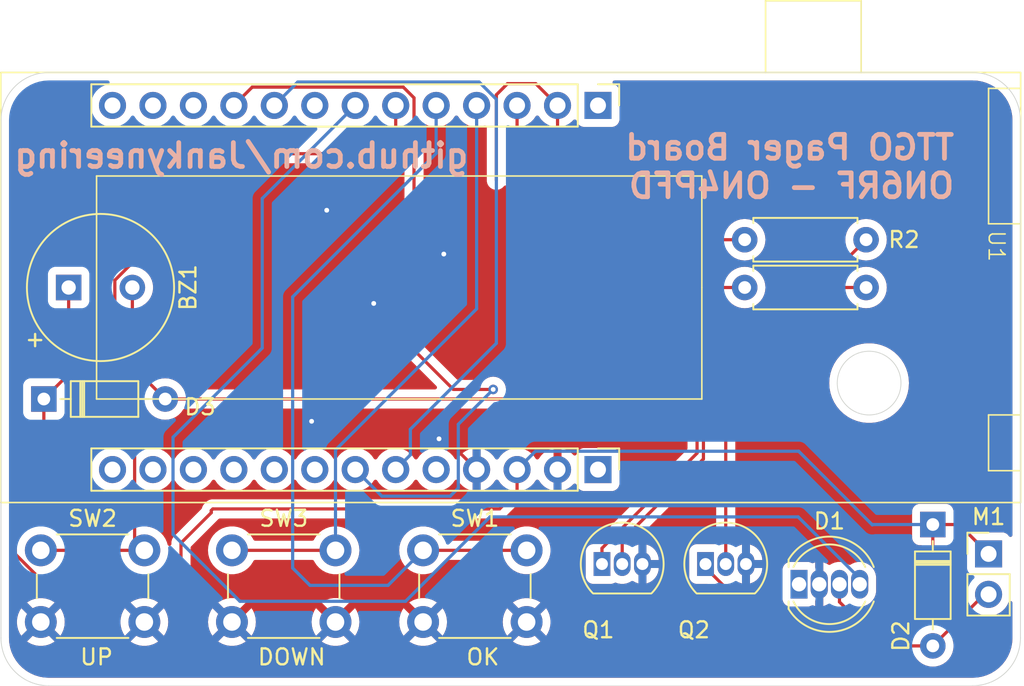
<source format=kicad_pcb>
(kicad_pcb (version 20240108) (generator "pcbnew") (generator_version "8.0")
  (layers (0 "F.Cu" signal) (31 "B.Cu" signal) (34 "B.Paste" user) (35 "F.Paste" user) (36 "B.SilkS" user "B.Silkscreen") (37 "F.SilkS" user "F.Silkscreen") (38 "B.Mask" user) (39 "F.Mask" user) (44 "Edge.Cuts" user))
  (net 0 "")
  (net 1 "+3.3V")
  (net 2 "Net-(BZ1--)")
  (net 4 "GND")
  (net 5 "NEOPIXEL")
  (net 6 "Net-(D2-A)")
  (net 7 "Net-(J1-Pin_7)")
  (net 8 "Net-(J1-Pin_1)")
  (net 9 "Net-(J1-Pin_6)")
  (net 10 "Net-(J1-Pin_5)")
  (net 11 "Net-(J1-Pin_4)")
  (net 12 "Net-(J1-Pin_2)")
  (net 13 "Net-(J1-Pin_9)")
  (net 14 "Net-(J1-Pin_8)")
  (net 15 "Net-(J1-Pin_3)")
  (net 16 "BUZZER")
  (net 17 "MOTOR")
  (net 18 "BTN_OK")
  (net 19 "BTN_UP")
  (net 20 "BTN_DOWN")
  (net 21 "DIO2")
  (net 24 "DIO1")
  (net 25 "+5V")
  (net 27 "Net-(Q1-B)")
  (net 28 "Net-(Q2-B)")
  (footprint "Diode_THT:D_DO-35_SOD27_P7.62mm_Horizontal" (layer "F.Cu") (at 118.19 51)
    (property "Reference" "D3" (at 9.81 0.5 360) (layer "F.SilkS"))
    (property "Value" "1N4148")
    (fp_line (start 1.04 0) (end 1.69 0) (stroke (width 0.12)) (layer "F.SilkS"))
    (fp_line (start 1.69 -1.12) (end 1.69 1.12) (stroke (width 0.12)) (layer "F.SilkS"))
    (fp_line (start 1.69 1.12) (end 5.93 1.12) (stroke (width 0.12)) (layer "F.SilkS"))
    (fp_line (start 2.29 -1.12) (end 2.29 1.12) (stroke (width 0.12)) (layer "F.SilkS"))
    (fp_line (start 2.41 -1.12) (end 2.41 1.12) (stroke (width 0.12)) (layer "F.SilkS"))
    (fp_line (start 2.53 -1.12) (end 2.53 1.12) (stroke (width 0.12)) (layer "F.SilkS"))
    (fp_line (start 5.93 -1.12) (end 1.69 -1.12) (stroke (width 0.12)) (layer "F.SilkS"))
    (fp_line (start 5.93 1.12) (end 5.93 -1.12) (stroke (width 0.12)) (layer "F.SilkS"))
    (fp_line (start 6.58 0) (end 5.93 0) (stroke (width 0.12)) (layer "F.SilkS"))
    (pad "1" thru_hole rect (at 0 0) (size 1.6 1.6) (drill 0.8) (layers "*.Cu" "*.Mask") (net 1 "+3.3V"))
    (pad "2" thru_hole oval (at 7.62 0) (size 1.6 1.6) (drill 0.8) (layers "*.Cu" "*.Mask") (net 2 "Net-(BZ1--)"))
  )
  (footprint "TTGOPager:TTGOLora32v2" (layer "F.Cu") (at 179.5 44 -90)
    (property "Reference" "U1" (at -2.6 1.5 -90) (layer "F.SilkS") (effects (font (thickness 0.1))))
    (property "Value" "~")
    (fp_line (start -12.76 58.33) (end -10.1 58.33) (stroke (width 0.12)) (layer "F.SilkS"))
    (fp_line (start 10.1 58.33) (end 12.76 58.33) (stroke (width 0.12)) (layer "F.SilkS"))
    (fp_line (start -7 58) (end -7 20) (stroke (width 0.1)) (layer "F.SilkS"))
    (fp_line (start 7 58) (end -7 58) (stroke (width 0.1)) (layer "F.SilkS"))
    (fp_line (start -12.76 27.79) (end -12.76 58.33) (stroke (width 0.12)) (layer "F.SilkS"))
    (fp_line (start -12.76 27.79) (end -10.1 27.79) (stroke (width 0.12)) (layer "F.SilkS"))
    (fp_line (start -10.1 27.79) (end -10.1 58.33) (stroke (width 0.12)) (layer "F.SilkS"))
    (fp_line (start 10.1 27.79) (end 10.1 58.33) (stroke (width 0.12)) (layer "F.SilkS"))
    (fp_line (start 10.1 27.79) (end 12.76 27.79) (stroke (width 0.12)) (layer "F.SilkS"))
    (fp_line (start 12.76 27.79) (end 12.76 58.33) (stroke (width 0.12)) (layer "F.SilkS"))
    (fp_line (start -12.76 26.52) (end -12.76 25.19) (stroke (width 0.12)) (layer "F.SilkS"))
    (fp_line (start 10.1 26.52) (end 10.1 25.19) (stroke (width 0.12)) (layer "F.SilkS"))
    (fp_line (start -12.76 25.19) (end -11.43 25.19) (stroke (width 0.12)) (layer "F.SilkS"))
    (fp_line (start 10.1 25.19) (end 11.43 25.19) (stroke (width 0.12)) (layer "F.SilkS"))
    (fp_line (start -7 20) (end 0 20) (stroke (width 0.1)) (layer "F.SilkS"))
    (fp_line (start 0 20) (end 7 20) (stroke (width 0.1)) (layer "F.SilkS"))
    (fp_line (start 7 20) (end 7 58) (stroke (width 0.1)) (layer "F.SilkS"))
    (fp_line (start -18 16) (end -13.5 16) (stroke (width 0.1)) (layer "F.SilkS"))
    (fp_line (start -18 10) (end -18 16) (stroke (width 0.1)) (layer "F.SilkS"))
    (fp_line (start -13.5 10) (end -18 10) (stroke (width 0.1)) (layer "F.SilkS"))
    (fp_line (start -12.5 2) (end -4 2) (stroke (width 0.1)) (layer "F.SilkS"))
    (fp_line (start -4 2) (end -4 0) (stroke (width 0.1)) (layer "F.SilkS"))
    (fp_line (start 8 2) (end 8 0) (stroke (width 0.1)) (layer "F.SilkS"))
    (fp_line (start 11.5 2) (end 8 2) (stroke (width 0.1)) (layer "F.SilkS"))
    (fp_line (start -12.5 0) (end -12.5 2) (stroke (width 0.1)) (layer "F.SilkS"))
    (fp_line (start 11.5 0) (end 11.5 2) (stroke (width 0.1)) (layer "F.SilkS"))
    (fp_rect (start -13.5 -0.0127) (end 13.5 64.0127) (stroke (width 0.1)) (fill none) (layer "F.SilkS"))
    (pad "1" thru_hole oval (at 11.43 57 270) (size 1.7 1.7) (drill 1) (layers "*.Cu" "*.Mask") (net 7 "Net-(J1-Pin_7)"))
    (pad "2" thru_hole oval (at 11.43 54.46 270) (size 1.7 1.7) (drill 1) (layers "*.Cu" "*.Mask"))
    (pad "3" thru_hole oval (at 11.43 51.92 270) (size 1.7 1.7) (drill 1) (layers "*.Cu" "*.Mask"))
    (pad "4" thru_hole oval (at 11.43 49.38 270) (size 1.7 1.7) (drill 1) (layers "*.Cu" "*.Mask") (net 9 "Net-(J1-Pin_6)"))
    (pad "5" thru_hole oval (at 11.43 46.84 270) (size 1.7 1.7) (drill 1) (layers "*.Cu" "*.Mask") (net 10 "Net-(J1-Pin_5)"))
    (pad "6" thru_hole oval (at 11.43 44.3 270) (size 1.7 1.7) (drill 1) (layers "*.Cu" "*.Mask") (net 14 "Net-(J1-Pin_8)"))
    (pad "7" thru_hole oval (at 11.43 41.76 270) (size 1.7 1.7) (drill 1) (layers "*.Cu" "*.Mask") (net 21 "DIO2"))
    (pad "8" thru_hole oval (at 11.43 39.22 270) (size 1.7 1.7) (drill 1) (layers "*.Cu" "*.Mask") (net 24 "DIO1"))
    (pad "9" thru_hole oval (at 11.43 36.68 270) (size 1.7 1.7) (drill 1) (layers "*.Cu" "*.Mask") (net 15 "Net-(J1-Pin_3)"))
    (pad "10" thru_hole oval (at 11.43 34.14 270) (size 1.7 1.7) (drill 1) (layers "*.Cu" "*.Mask") (net 4 "GND"))
    (pad "11" thru_hole oval (at 11.43 31.6 270) (size 1.7 1.7) (drill 1) (layers "*.Cu" "*.Mask") (net 1 "+3.3V"))
    (pad "12" thru_hole oval (at 11.43 29.06 270) (size 1.7 1.7) (drill 1) (layers "*.Cu" "*.Mask") (net 4 "GND"))
    (pad "13" thru_hole rect (at 11.43 26.52 270) (size 1.7 1.7) (drill 1) (layers "*.Cu" "*.Mask") (net 25 "+5V"))
    (pad "14" thru_hole rect (at -11.43 26.52 270) (size 1.7 1.7) (drill 1) (layers "*.Cu" "*.Mask") (net 11 "Net-(J1-Pin_4)"))
    (pad "15" thru_hole oval (at -11.43 29.06 270) (size 1.7 1.7) (drill 1) (layers "*.Cu" "*.Mask") (net 16 "BUZZER"))
    (pad "16" thru_hole oval (at -11.43 31.6 270) (size 1.7 1.7) (drill 1) (layers "*.Cu" "*.Mask") (net 17 "MOTOR"))
    (pad "17" thru_hole oval (at -11.43 34.14 270) (size 1.7 1.7) (drill 1) (layers "*.Cu" "*.Mask") (net 20 "BTN_DOWN"))
    (pad "18" thru_hole oval (at -11.43 36.68 270) (size 1.7 1.7) (drill 1) (layers "*.Cu" "*.Mask") (net 18 "BTN_OK"))
    (pad "19" thru_hole oval (at -11.43 39.22 270) (size 1.7 1.7) (drill 1) (layers "*.Cu" "*.Mask") (net 19 "BTN_UP"))
    (pad "20" thru_hole oval (at -11.43 41.76 270) (size 1.7 1.7) (drill 1) (layers "*.Cu" "*.Mask") (net 5 "NEOPIXEL"))
    (pad "21" thru_hole oval (at -11.43 44.3 270) (size 1.7 1.7) (drill 1) (layers "*.Cu" "*.Mask") (net 13 "Net-(J1-Pin_9)"))
    (pad "22" thru_hole oval (at -11.43 46.84 270) (size 1.7 1.7) (drill 1) (layers "*.Cu" "*.Mask") (net 24 "DIO1"))
    (pad "23" thru_hole oval (at -11.43 49.38 270) (size 1.7 1.7) (drill 1) (layers "*.Cu" "*.Mask") (net 21 "DIO2"))
    (pad "24" thru_hole oval (at -11.43 51.92 270) (size 1.7 1.7) (drill 1) (layers "*.Cu" "*.Mask"))
    (pad "25" thru_hole oval (at -11.43 54.46 270) (size 1.7 1.7) (drill 1) (layers "*.Cu" "*.Mask") (net 8 "Net-(J1-Pin_1)"))
    (pad "26" thru_hole oval (at -11.43 57 270) (size 1.7 1.7) (drill 1) (layers "*.Cu" "*.Mask") (net 12 "Net-(J1-Pin_2)"))
  )
  (footprint "Resistor_THT:R_Axial_DIN0207_L6.3mm_D2.5mm_P7.62mm_Horizontal" (layer "F.Cu") (at 162.19 41)
    (property "Reference" "R2" (at 10 0 0) (layer "F.SilkS"))
    (property "Value" "1K" (hide yes))
    (fp_line (start 0.54 -1.37) (end 7.08 -1.37) (stroke (width 0.12)) (layer "F.SilkS"))
    (fp_line (start 0.54 -1.04) (end 0.54 -1.37) (stroke (width 0.12)) (layer "F.SilkS"))
    (fp_line (start 0.54 1.04) (end 0.54 1.37) (stroke (width 0.12)) (layer "F.SilkS"))
    (fp_line (start 0.54 1.37) (end 7.08 1.37) (stroke (width 0.12)) (layer "F.SilkS"))
    (fp_line (start 7.08 -1.37) (end 7.08 -1.04) (stroke (width 0.12)) (layer "F.SilkS"))
    (fp_line (start 7.08 1.37) (end 7.08 1.04) (stroke (width 0.12)) (layer "F.SilkS"))
    (pad "1" thru_hole circle (at 0 0) (size 1.6 1.6) (drill 0.8) (layers "*.Cu" "*.Mask") (net 16 "BUZZER"))
    (pad "2" thru_hole oval (at 7.62 0) (size 1.6 1.6) (drill 0.8) (layers "*.Cu" "*.Mask") (net 27 "Net-(Q1-B)"))
  )
  (footprint "Package_TO_SOT_THT:TO-92_Inline" (layer "F.Cu") (at 159.73 61.36)
    (property "Reference" "Q2" (at -0.73 4.14 360) (layer "F.SilkS"))
    (property "Value" "BC548")
    (fp_line (start -0.53 1.85) (end 3.07 1.85) (stroke (width 0.12)) (layer "F.SilkS"))
    (fp_arc (start -0.568478 1.838478) (mid -1.132087 -0.994977) (end 1.27 -2.6) (stroke (width 0.12)) (layer "F.SilkS"))
    (fp_arc (start 1.27 -2.6) (mid 3.672087 -0.994977) (end 3.108478 1.838478) (stroke (width 0.12)) (layer "F.SilkS"))
    (pad "1" thru_hole rect (at 0 0) (size 1.05 1.5) (drill 0.75) (layers "*.Cu" "*.Mask") (net 6 "Net-(D2-A)"))
    (pad "2" thru_hole oval (at 1.27 0) (size 1.05 1.5) (drill 0.75) (layers "*.Cu" "*.Mask") (net 28 "Net-(Q2-B)"))
    (pad "3" thru_hole oval (at 2.54 0) (size 1.05 1.5) (drill 0.75) (layers "*.Cu" "*.Mask") (net 4 "GND"))
  )
  (footprint "LED_THT:LED_D5.0mm-4_RGB" (layer "F.Cu") (at 165.6 62.63)
    (property "Reference" "D1" (at 1.905 -3.96 360) (layer "F.SilkS"))
    (property "Value" "NeoPixel_THT" (hide yes))
    (fp_line (start -0.655 -1.545) (end -0.655 -1.08) (stroke (width 0.12)) (layer "F.SilkS"))
    (fp_line (start -0.655 1.08) (end -0.655 1.545) (stroke (width 0.12)) (layer "F.SilkS"))
    (fp_arc (start -0.655 -1.54483) (mid 2.163456 -2.978809) (end 4.692815 -1.080827) (stroke (width 0.12)) (layer "F.SilkS"))
    (fp_arc (start -0.349684 -1.08) (mid 1.904762 -2.5) (end 4.159479 -1.080429) (stroke (width 0.12)) (layer "F.SilkS"))
    (fp_arc (start 4.159479 1.080429) (mid 1.904762 2.5) (end -0.349684 1.08) (stroke (width 0.12)) (layer "F.SilkS"))
    (fp_arc (start 4.692815 1.080827) (mid 2.163456 2.978808) (end -0.655 1.54483) (stroke (width 0.12)) (layer "F.SilkS"))
    (pad "1" thru_hole rect (at 0 0) (size 1.07 1.8) (drill 0.9) (layers "*.Cu" "*.Mask"))
    (pad "2" thru_hole oval (at 1.27 0) (size 1.07 1.8) (drill 0.9) (layers "*.Cu" "*.Mask") (net 4 "GND"))
    (pad "3" thru_hole oval (at 2.54 0) (size 1.07 1.8) (drill 0.9) (layers "*.Cu" "*.Mask") (net 1 "+3.3V"))
    (pad "4" thru_hole oval (at 3.81 0) (size 1.07 1.8) (drill 0.9) (layers "*.Cu" "*.Mask") (net 5 "NEOPIXEL"))
  )
  (footprint "Button_Switch_THT:SW_PUSH_6mm_H5mm" (layer "F.Cu") (at 118 60.5)
    (property "Reference" "SW2" (at 3.25 -2 360) (layer "F.SilkS"))
    (property "Value" "UP" (at 3.5 6.7 0) (layer "F.SilkS"))
    (fp_line (start -0.25 1.5) (end -0.25 3) (stroke (width 0.12)) (layer "F.SilkS"))
    (fp_line (start 1 5.5) (end 5.5 5.5) (stroke (width 0.12)) (layer "F.SilkS"))
    (fp_line (start 5.5 -1) (end 1 -1) (stroke (width 0.12)) (layer "F.SilkS"))
    (fp_line (start 6.75 3) (end 6.75 1.5) (stroke (width 0.12)) (layer "F.SilkS"))
    (pad "1" thru_hole circle (at 0 0 90) (size 2 2) (drill 1.1) (layers "*.Cu" "*.Mask") (net 19 "BTN_UP"))
    (pad "1" thru_hole circle (at 6.5 0 90) (size 2 2) (drill 1.1) (layers "*.Cu" "*.Mask") (net 19 "BTN_UP"))
    (pad "2" thru_hole circle (at 0 4.5 90) (size 2 2) (drill 1.1) (layers "*.Cu" "*.Mask") (net 4 "GND"))
    (pad "2" thru_hole circle (at 6.5 4.5 90) (size 2 2) (drill 1.1) (layers "*.Cu" "*.Mask") (net 4 "GND"))
  )
  (footprint "Diode_THT:D_DO-35_SOD27_P7.62mm_Horizontal" (layer "F.Cu") (at 174 58.88 -90)
    (property "Reference" "D2" (at 7 2 90) (layer "F.SilkS"))
    (property "Value" "1N4148")
    (fp_line (start 1.69 1.12) (end 5.93 1.12) (stroke (width 0.12)) (layer "F.SilkS"))
    (fp_line (start 5.93 1.12) (end 5.93 -1.12) (stroke (width 0.12)) (layer "F.SilkS"))
    (fp_line (start 1.04 0) (end 1.69 0) (stroke (width 0.12)) (layer "F.SilkS"))
    (fp_line (start 6.58 0) (end 5.93 0) (stroke (width 0.12)) (layer "F.SilkS"))
    (fp_line (start 1.69 -1.12) (end 1.69 1.12) (stroke (width 0.12)) (layer "F.SilkS"))
    (fp_line (start 2.29 -1.12) (end 2.29 1.12) (stroke (width 0.12)) (layer "F.SilkS"))
    (fp_line (start 2.41 -1.12) (end 2.41 1.12) (stroke (width 0.12)) (layer "F.SilkS"))
    (fp_line (start 2.53 -1.12) (end 2.53 1.12) (stroke (width 0.12)) (layer "F.SilkS"))
    (fp_line (start 5.93 -1.12) (end 1.69 -1.12) (stroke (width 0.12)) (layer "F.SilkS"))
    (pad "1" thru_hole rect (at 0 0 270) (size 1.6 1.6) (drill 0.8) (layers "*.Cu" "*.Mask") (net 1 "+3.3V"))
    (pad "2" thru_hole oval (at 7.62 0 270) (size 1.6 1.6) (drill 0.8) (layers "*.Cu" "*.Mask") (net 6 "Net-(D2-A)"))
  )
  (footprint "Button_Switch_THT:SW_PUSH_6mm_H5mm" (layer "F.Cu") (at 142 60.5)
    (property "Reference" "SW1" (at 3.25 -2 360) (layer "F.SilkS"))
    (property "Value" "OK" (at 3.75 6.7 0) (layer "F.SilkS"))
    (fp_line (start -0.25 1.5) (end -0.25 3) (stroke (width 0.12)) (layer "F.SilkS"))
    (fp_line (start 1 5.5) (end 5.5 5.5) (stroke (width 0.12)) (layer "F.SilkS"))
    (fp_line (start 5.5 -1) (end 1 -1) (stroke (width 0.12)) (layer "F.SilkS"))
    (fp_line (start 6.75 3) (end 6.75 1.5) (stroke (width 0.12)) (layer "F.SilkS"))
    (pad "1" thru_hole circle (at 0 0 90) (size 2 2) (drill 1.1) (layers "*.Cu" "*.Mask") (net 18 "BTN_OK"))
    (pad "1" thru_hole circle (at 6.5 0 90) (size 2 2) (drill 1.1) (layers "*.Cu" "*.Mask") (net 18 "BTN_OK"))
    (pad "2" thru_hole circle (at 0 4.5 90) (size 2 2) (drill 1.1) (layers "*.Cu" "*.Mask") (net 4 "GND"))
    (pad "2" thru_hole circle (at 6.5 4.5 90) (size 2 2) (drill 1.1) (layers "*.Cu" "*.Mask") (net 4 "GND"))
  )
  (footprint "Buzzer_Beeper:MagneticBuzzer_CUI_CST-931RP-A" (layer "F.Cu") (at 119.747139 44 90)
    (property "Reference" "BZ1" (at 0 7.5 270) (layer "F.SilkS"))
    (property "Value" "Buzzer")
    (fp_circle (center 0 2) (end 4.62 2) (stroke (width 0.12)) (fill none) (layer "F.SilkS"))
    (fp_text user "+" (at -3.3 -2.18 270) (layer "F.SilkS"))
    (pad "1" thru_hole rect (at 0 0 90) (size 1.6 1.6) (drill 0.9) (layers "*.Cu" "*.Mask") (net 1 "+3.3V"))
    (pad "2" thru_hole circle (at 0 4 90) (size 1.6 1.6) (drill 0.9) (layers "*.Cu" "*.Mask") (net 2 "Net-(BZ1--)"))
  )
  (footprint "Connector_PinHeader_2.54mm:PinHeader_1x02_P2.54mm_Vertical" (layer "F.Cu") (at 177.5 60.725)
    (property "Reference" "M1" (at 0 -2.33 360) (layer "F.SilkS"))
    (property "Value" "Motor_DC" (hide yes))
    (fp_line (start -1.33 -1.33) (end 0 -1.33) (stroke (width 0.12)) (layer "F.SilkS"))
    (fp_line (start -1.33 0) (end -1.33 -1.33) (stroke (width 0.12)) (layer "F.SilkS"))
    (fp_line (start -1.33 1.27) (end -1.33 3.87) (stroke (width 0.12)) (layer "F.SilkS"))
    (fp_line (start -1.33 1.27) (end 1.33 1.27) (stroke (width 0.12)) (layer "F.SilkS"))
    (fp_line (start -1.33 3.87) (end 1.33 3.87) (stroke (width 0.12)) (layer "F.SilkS"))
    (fp_line (start 1.33 1.27) (end 1.33 3.87) (stroke (width 0.12)) (layer "F.SilkS"))
    (pad "1" thru_hole rect (at 0 0) (size 1.7 1.7) (drill 1) (layers "*.Cu" "*.Mask") (net 1 "+3.3V"))
    (pad "2" thru_hole oval (at 0 2.54) (size 1.7 1.7) (drill 1) (layers "*.Cu" "*.Mask") (net 6 "Net-(D2-A)"))
  )
  (footprint "Package_TO_SOT_THT:TO-92_Inline" (layer "F.Cu") (at 153.23 61.36)
    (property "Reference" "Q1" (at -0.23 4.14 360) (layer "F.SilkS"))
    (property "Value" "BC548")
    (fp_line (start -0.53 1.85) (end 3.07 1.85) (stroke (width 0.12)) (layer "F.SilkS"))
    (fp_arc (start -0.568478 1.838478) (mid -1.132087 -0.994977) (end 1.27 -2.6) (stroke (width 0.12)) (layer "F.SilkS"))
    (fp_arc (start 1.27 -2.6) (mid 3.672087 -0.994977) (end 3.108478 1.838478) (stroke (width 0.12)) (layer "F.SilkS"))
    (pad "1" thru_hole rect (at 0 0) (size 1.05 1.5) (drill 0.75) (layers "*.Cu" "*.Mask") (net 2 "Net-(BZ1--)"))
    (pad "2" thru_hole oval (at 1.27 0) (size 1.05 1.5) (drill 0.75) (layers "*.Cu" "*.Mask") (net 27 "Net-(Q1-B)"))
    (pad "3" thru_hole oval (at 2.54 0) (size 1.05 1.5) (drill 0.75) (layers "*.Cu" "*.Mask") (net 4 "GND"))
  )
  (footprint "Button_Switch_THT:SW_PUSH_6mm_H5mm" (layer "F.Cu") (at 130 60.5)
    (property "Reference" "SW3" (at 3.25 -2 360) (layer "F.SilkS"))
    (property "Value" "DOWN" (at 3.75 6.7 0) (layer "F.SilkS"))
    (fp_line (start -0.25 1.5) (end -0.25 3) (stroke (width 0.12)) (layer "F.SilkS"))
    (fp_line (start 1 5.5) (end 5.5 5.5) (stroke (width 0.12)) (layer "F.SilkS"))
    (fp_line (start 5.5 -1) (end 1 -1) (stroke (width 0.12)) (layer "F.SilkS"))
    (fp_line (start 6.75 3) (end 6.75 1.5) (stroke (width 0.12)) (layer "F.SilkS"))
    (pad "1" thru_hole circle (at 0 0 90) (size 2 2) (drill 1.1) (layers "*.Cu" "*.Mask") (net 20 "BTN_DOWN"))
    (pad "1" thru_hole circle (at 6.5 0 90) (size 2 2) (drill 1.1) (layers "*.Cu" "*.Mask") (net 20 "BTN_DOWN"))
    (pad "2" thru_hole circle (at 0 4.5 90) (size 2 2) (drill 1.1) (layers "*.Cu" "*.Mask") (net 4 "GND"))
    (pad "2" thru_hole circle (at 6.5 4.5 90) (size 2 2) (drill 1.1) (layers "*.Cu" "*.Mask") (net 4 "GND"))
  )
  (footprint "Resistor_THT:R_Axial_DIN0207_L6.3mm_D2.5mm_P7.62mm_Horizontal" (layer "F.Cu") (at 162.19 44)
    (property "Reference" "R1" (hide yes))
    (property "Value" "1K" (hide yes))
    (fp_line (start 0.54 -1.37) (end 7.08 -1.37) (stroke (width 0.12)) (layer "F.SilkS"))
    (fp_line (start 0.54 -1.04) (end 0.54 -1.37) (stroke (width 0.12)) (layer "F.SilkS"))
    (fp_line (start 0.54 1.04) (end 0.54 1.37) (stroke (width 0.12)) (layer "F.SilkS"))
    (fp_line (start 0.54 1.37) (end 7.08 1.37) (stroke (width 0.12)) (layer "F.SilkS"))
    (fp_line (start 7.08 -1.37) (end 7.08 -1.04) (stroke (width 0.12)) (layer "F.SilkS"))
    (fp_line (start 7.08 1.37) (end 7.08 1.04) (stroke (width 0.12)) (layer "F.SilkS"))
    (pad "1" thru_hole circle (at 0 0) (size 1.6 1.6) (drill 0.8) (layers "*.Cu" "*.Mask") (net 17 "MOTOR"))
    (pad "2" thru_hole oval (at 7.62 0) (size 1.6 1.6) (drill 0.8) (layers "*.Cu" "*.Mask") (net 28 "Net-(Q2-B)"))
  )
  (gr_line (start 176.5 30.5) (end 118.499998 30.5) (stroke (width 0.05)) (layer "Edge.Cuts"))
  (gr_line (start 179.5 66.000002) (end 179.5 33.5) (stroke (width 0.05)) (layer "Edge.Cuts"))
  (gr_arc (start 118.499998 69.000002) (mid 116.378678 68.121322) (end 115.499998 66.000002) (stroke (width 0.05)) (layer "Edge.Cuts"))
  (gr_line (start 118.499998 69.000002) (end 176.5 69.000002) (stroke (width 0.05)) (layer "Edge.Cuts"))
  (gr_arc (start 115.499998 33.5) (mid 116.378678 31.37868) (end 118.499998 30.5) (stroke (width 0.05)) (layer "Edge.Cuts"))
  (gr_line (start 115.499998 33.5) (end 115.499998 66.000002) (stroke (width 0.05)) (layer "Edge.Cuts"))
  (gr_arc (start 176.5 30.5) (mid 178.62132 31.37868) (end 179.5 33.5) (stroke (width 0.05)) (layer "Edge.Cuts"))
  (gr_circle (center 170 50) (end 172 50) (stroke (width 0.05)) (fill none) (layer "Edge.Cuts"))
  (gr_arc (start 179.5 66.000002) (mid 178.62132 68.121322) (end 176.5 69.000002) (stroke (width 0.05)) (layer "Edge.Cuts"))
  (gr_text "TTGO Pager Board\nON6RF - ON4PFD\n" (at 175.5 38.5 0) (layer "B.SilkS") (effects (font (size 1.5 1.5) (thickness 0.3) (bold yes)) (justify left bottom mirror)))
  (gr_text "github.com/Jankyneering" (at 145 36.6 0) (layer "B.SilkS") (effects (font (size 1.5 1.5) (thickness 0.3) (bold yes)) (justify left bottom mirror)))
  (segment (start 170.8 65.3) (end 169.7 65.3) (width 0.2) (layer "F.Cu") (net 1))
  (segment (start 147.9 56.8) (end 146.8 57.9) (width 0.2) (layer "F.Cu") (net 1))
  (segment (start 118.19 57.51) (end 118.19 51) (width 0.2) (layer "F.Cu") (net 1))
  (segment (start 146.8 57.9) (end 128.8 57.9) (width 0.2) (layer "F.Cu") (net 1))
  (segment (start 169.7 65.3) (end 168.14 63.74) (width 0.2) (layer "F.Cu") (net 1))
  (segment (start 128.8 57.9) (end 128.7 58) (width 0.2) (layer "F.Cu") (net 1))
  (segment (start 126.8 60.038478) (end 126.8 62.3) (width 0.2) (layer "F.Cu") (net 1))
  (segment (start 175.655 58.88) (end 177.5 60.725) (width 0.2) (layer "F.Cu") (net 1))
  (segment (start 168.14 63.74) (end 168.14 62.63) (width 0.2) (layer "F.Cu") (net 1))
  (segment (start 147.9 55.43) (end 147.9 56.8) (width 0.2) (layer "F.Cu") (net 1))
  (segment (start 116.4 59.3) (end 118.19 57.51) (width 0.2) (layer "F.Cu") (net 1))
  (segment (start 128.7 58) (end 128.7 58.138478) (width 0.2) (layer "F.Cu") (net 1))
  (segment (start 126.8 62.3) (end 117.961522 62.3) (width 0.2) (layer "F.Cu") (net 1))
  (segment (start 128.7 58.138478) (end 126.8 60.038478) (width 0.2) (layer "F.Cu") (net 1))
  (segment (start 174 58.88) (end 175.655 58.88) (width 0.2) (layer "F.Cu") (net 1))
  (segment (start 117.961522 62.3) (end 116.4 60.738478) (width 0.2) (layer "F.Cu") (net 1))
  (segment (start 119.747139 44) (end 119.747139 49.442861) (width 0.2) (layer "F.Cu") (net 1))
  (segment (start 119.747139 49.442861) (end 118.19 51) (width 0.2) (layer "F.Cu") (net 1))
  (segment (start 116.4 60.738478) (end 116.4 59.3) (width 0.2) (layer "F.Cu") (net 1))
  (segment (start 174 62.1) (end 170.8 65.3) (width 0.2) (layer "F.Cu") (net 1))
  (segment (start 174 58.88) (end 174 62.1) (width 0.2) (layer "F.Cu") (net 1))
  (segment (start 165.58 54.28) (end 170.2 58.9) (width 0.2) (layer "B.Cu") (net 1))
  (segment (start 170.2 58.9) (end 170.22 58.88) (width 0.2) (layer "B.Cu") (net 1))
  (segment (start 149.05 54.28) (end 165.58 54.28) (width 0.2) (layer "B.Cu") (net 1))
  (segment (start 170.22 58.88) (end 174 58.88) (width 0.2) (layer "B.Cu") (net 1))
  (segment (start 147.9 55.43) (end 149.05 54.28) (width 0.2) (layer "B.Cu") (net 1))
  (segment (start 153.23 60.37) (end 153.23 61.36) (width 0.2) (layer "F.Cu") (net 2))
  (segment (start 123.747139 48.937139) (end 125.81 51) (width 0.2) (layer "F.Cu") (net 2))
  (segment (start 158.2 51) (end 159.2 52) (width 0.2) (layer "F.Cu") (net 2))
  (segment (start 159.2 54.4) (end 153.23 60.37) (width 0.2) (layer "F.Cu") (net 2))
  (segment (start 125.81 51) (end 158.2 51) (width 0.2) (layer "F.Cu") (net 2))
  (segment (start 123.747139 44) (end 123.747139 48.937139) (width 0.2) (layer "F.Cu") (net 2))
  (segment (start 159.2 52) (end 159.2 54.4) (width 0.2) (layer "F.Cu") (net 2))
  (segment (start 137 53.5) (end 136 52.5) (width 0.2) (layer "F.Cu") (net 4))
  (segment (start 138.9 45) (end 138.9 42.1) (width 0.2) (layer "F.Cu") (net 4))
  (segment (start 136 52.5) (end 135.9 52.4) (width 0.2) (layer "F.Cu") (net 4))
  (segment (start 135.9 52.4) (end 135 52.4) (width 0.2) (layer "F.Cu") (net 4))
  (segment (start 145.36 55.43) (end 143.43 53.5) (width 0.2) (layer "F.Cu") (net 4))
  (segment (start 143 53.5) (end 137 53.5) (width 0.2) (layer "F.Cu") (net 4))
  (segment (start 143.43 53.5) (end 143 53.5) (width 0.2) (layer "F.Cu") (net 4))
  (segment (start 138.9 42.1) (end 135.9 39.1) (width 0.2) (layer "F.Cu") (net 4))
  (via (at 135 52.4) (size 0.6) (drill 0.3) (layers "F.Cu" "B.Cu") (net 4))
  (via (at 143.3 41.9) (size 0.6) (drill 0.3) (layers "F.Cu" "B.Cu") (net 4))
  (via (at 138.9 45) (size 0.6) (drill 0.3) (layers "F.Cu" "B.Cu") (net 4))
  (via (at 143 53.5) (size 0.6) (drill 0.3) (layers "F.Cu" "B.Cu") (net 4))
  (via (at 135.95 39.15) (size 0.6) (drill 0.3) (layers "F.Cu" "B.Cu") (net 4))
  (segment (start 135 52.4) (end 135 48.9) (width 0.2) (layer "B.Cu") (net 4))
  (segment (start 140.2 45) (end 143.3 41.9) (width 0.2) (layer "B.Cu") (net 4))
  (segment (start 138.9 45) (end 140.2 45) (width 0.2) (layer "B.Cu") (net 4))
  (segment (start 135 48.9) (end 138.9 45) (width 0.2) (layer "B.Cu") (net 4))
  (segment (start 126.3 59.5) (end 126.3 53.4) (width 0.2) (layer "B.Cu") (net 5))
  (segment (start 165.545 58.4) (end 146.2 58.4) (width 0.2) (layer "B.Cu") (net 5))
  (segment (start 169.41 62.63) (end 169.41 62.265) (width 0.2) (layer "B.Cu") (net 5))
  (segment (start 131.9 38.41) (end 137.74 32.57) (width 0.2) (layer "B.Cu") (net 5))
  (segment (start 140.9 63.7) (end 130.5 63.7) (width 0.2) (layer "B.Cu") (net 5))
  (segment (start 146.2 58.4) (end 140.9 63.7) (width 0.2) (layer "B.Cu") (net 5))
  (segment (start 169.41 62.265) (end 165.545 58.4) (width 0.2) (layer "B.Cu") (net 5))
  (segment (start 130.5 63.7) (end 126.3 59.5) (width 0.2) (layer "B.Cu") (net 5))
  (segment (start 131.9 47.8) (end 131.9 38.41) (width 0.2) (layer "B.Cu") (net 5))
  (segment (start 126.3 53.4) (end 131.9 47.8) (width 0.2) (layer "B.Cu") (net 5))
  (segment (start 174 66.5) (end 164.645 66.5) (width 0.2) (layer "F.Cu") (net 6))
  (segment (start 177.235 63.265) (end 177.5 63.265) (width 0.2) (layer "F.Cu") (net 6))
  (segment (start 174 66.5) (end 177.235 63.265) (width 0.2) (layer "F.Cu") (net 6))
  (segment (start 159.73 61.585) (end 159.73 61.36) (width 0.2) (layer "F.Cu") (net 6))
  (segment (start 164.645 66.5) (end 159.73 61.585) (width 0.2) (layer "F.Cu") (net 6))
  (segment (start 146.6 37.265686) (end 146.6 31.9) (width 0.2) (layer "F.Cu") (net 16))
  (segment (start 157.5 41) (end 162.19 41) (width 0.2) (layer "F.Cu") (net 16))
  (segment (start 150.44 32.57) (end 150.44 33.94) (width 0.2) (layer "F.Cu") (net 16))
  (segment (start 146.6 31.9) (end 147.3 31.2) (width 0.2) (layer "F.Cu") (net 16))
  (segment (start 150.44 33.94) (end 157.5 41) (width 0.2) (layer "F.Cu") (net 16))
  (segment (start 149.07 31.2) (end 150.44 32.57) (width 0.2) (layer "F.Cu") (net 16))
  (segment (start 147.3 31.2) (end 149.07 31.2) (width 0.2) (layer "F.Cu") (net 16))
  (segment (start 162.19 44) (end 153.9 44) (width 0.2) (layer "F.Cu") (net 17))
  (segment (start 153.9 44) (end 147.9 38) (width 0.2) (layer "F.Cu") (net 17))
  (segment (start 147.9 38) (end 147.9 32.57) (width 0.2) (layer "F.Cu") (net 17))
  (segment (start 142 60.5) (end 148.5 60.5) (width 0.2) (layer "F.Cu") (net 18))
  (segment (start 142 60.5) (end 139.8 62.7) (width 0.2) (layer "B.Cu") (net 18))
  (segment (start 133.81 61.61) (end 133.81 44.59) (width 0.2) (layer "B.Cu") (net 18))
  (segment (start 133.81 44.59) (end 142.82 35.58) (width 0.2) (layer "B.Cu") (net 18))
  (segment (start 139.8 62.7) (end 134.9 62.7) (width 0.2) (layer "B.Cu") (net 18))
  (segment (start 134.9 62.7) (end 133.81 61.61) (width 0.2) (layer "B.Cu") (net 18))
  (segment (start 142.82 35.58) (end 142.82 32.57) (width 0.2) (layer "B.Cu") (net 18))
  (segment (start 124.5 60.5) (end 123.89 59.89) (width 0.2) (layer "F.Cu") (net 19))
  (segment (start 123.89 59.89) (end 123.89 49.645686) (width 0.2) (layer "F.Cu") (net 19))
  (segment (start 122.647139 43.544365) (end 130.591504 35.6) (width 0.2) (layer "F.Cu") (net 19))
  (segment (start 118 60.5) (end 124.5 60.5) (width 0.2) (layer "F.Cu") (net 19))
  (segment (start 123.89 49.645686) (end 122.647139 48.402825) (width 0.2) (layer "F.Cu") (net 19))
  (segment (start 130.591504 35.6) (end 139.3 35.6) (width 0.2) (layer "F.Cu") (net 19))
  (segment (start 140.28 34.62) (end 140.28 32.57) (width 0.2) (layer "F.Cu") (net 19))
  (segment (start 122.647139 48.402825) (end 122.647139 43.544365) (width 0.2) (layer "F.Cu") (net 19))
  (segment (start 139.3 35.6) (end 140.28 34.62) (width 0.2) (layer "F.Cu") (net 19))
  (segment (start 130 60.5) (end 136.5 60.5) (width 0.2) (layer "F.Cu") (net 20))
  (segment (start 145.36 45.34) (end 145.36 32.57) (width 0.2) (layer "B.Cu") (net 20))
  (segment (start 136.5 60.5) (end 136.5 54.2) (width 0.2) (layer "B.Cu") (net 20))
  (segment (start 136.5 54.2) (end 145.36 45.34) (width 0.2) (layer "B.Cu") (net 20))
  (segment (start 140.756346 31.42) (end 141.43 32.093654) (width 0.2) (layer "F.Cu") (net 21))
  (segment (start 141.43 32.093654) (end 141.43 47.93) (width 0.2) (layer "F.Cu") (net 21))
  (segment (start 143.9 50.4) (end 146.4 50.4) (width 0.2) (layer "F.Cu") (net 21))
  (segment (start 130.12 32.57) (end 131.27 31.42) (width 0.2) (layer "F.Cu") (net 21))
  (segment (start 141.43 47.93) (end 143.9 50.4) (width 0.2) (layer "F.Cu") (net 21))
  (segment (start 131.27 31.42) (end 140.756346 31.42) (width 0.2) (layer "F.Cu") (net 21))
  (via (at 146.4 50.4) (size 0.6) (drill 0.3) (layers "F.Cu" "B.Cu") (net 21))
  (segment (start 143.7 57.1) (end 139.41 57.1) (width 0.2) (layer "B.Cu") (net 21))
  (segment (start 146.4 50.4) (end 144.21 52.59) (width 0.2) (layer "B.Cu") (net 21))
  (segment (start 139.41 57.1) (end 137.74 55.43) (width 0.2) (layer "B.Cu") (net 21))
  (segment (start 144.21 56.59) (end 143.7 57.1) (width 0.2) (layer "B.Cu") (net 21))
  (segment (start 144.21 52.59) (end 144.21 56.59) (width 0.2) (layer "B.Cu") (net 21))
  (segment (start 146.6 32.183654) (end 146.6 47.5) (width 0.2) (layer "B.Cu") (net 24))
  (segment (start 132.66 32.57) (end 134.13 31.1) (width 0.2) (layer "B.Cu") (net 24))
  (segment (start 146.6 47.5) (end 141.2 52.9) (width 0.2) (layer "B.Cu") (net 24))
  (segment (start 134.13 31.1) (end 145.516346 31.1) (width 0.2) (layer "B.Cu") (net 24))
  (segment (start 145.516346 31.1) (end 146.6 32.183654) (width 0.2) (layer "B.Cu") (net 24))
  (segment (start 141.2 52.9) (end 141.2 54.51) (width 0.2) (layer "B.Cu") (net 24))
  (segment (start 141.2 54.51) (end 140.28 55.43) (width 0.2) (layer "B.Cu") (net 24))
  (segment (start 159.6 51.21) (end 159.6 54.765) (width 0.2) (layer "F.Cu") (net 27))
  (segment (start 154.5 61.36) (end 154.5 59.865) (width 0.2) (layer "F.Cu") (net 27))
  (segment (start 154.5 59.865) (end 159.6 54.765) (width 0.2) (layer "F.Cu") (net 27))
  (segment (start 169.81 41) (end 159.6 51.21) (width 0.2) (layer "F.Cu") (net 27))
  (segment (start 161 51.365635) (end 168.365635 44) (width 0.2) (layer "F.Cu") (net 28))
  (segment (start 161 61.36) (end 161 51.365635) (width 0.2) (layer "F.Cu") (net 28))
  (segment (start 168.365635 44) (end 169.81 44) (width 0.2) (layer "F.Cu") (net 28))
  (zone (net 4) (net_name "GND") (layers "F&B.Cu") (connect_pads (clearance 0.5)) (min_thickness 0.25) (fill yes (thermal_gap 0.5) (thermal_bridge_width 0.5))
    (polygon (pts (xy 115.5 30.5) (xy 115.5 69) (xy 179.5 69) (xy 179.5 30.5)))
  )
)
</source>
